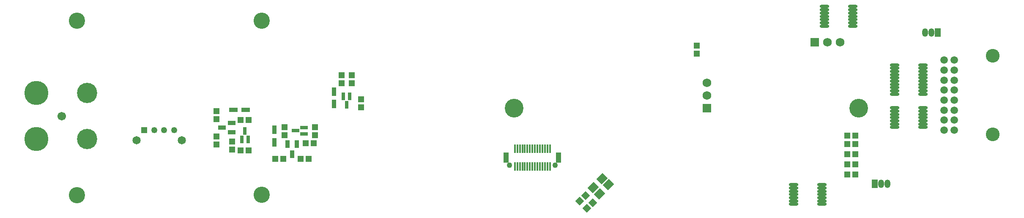
<source format=gbs>
%FSDAX25Y25*%
%MOIN*%
%SFA1B1*%

%IPPOS*%
%AMD136*
4,1,4,0.003500,0.045200,-0.045200,-0.003500,-0.003500,-0.045200,0.045200,0.003500,0.003500,0.045200,0.0*
%
%AMD188*
4,1,4,0.000000,-0.034800,0.034800,0.000000,0.000000,0.034800,-0.034800,0.000000,0.000000,-0.034800,0.0*
%
%ADD73C,0.067000*%
%ADD125R,0.049210X0.049210*%
G04~CAMADD=136~9~0.0~0.0~689.0~590.6~0.0~0.0~0~0.0~0.0~0.0~0.0~0~0.0~0.0~0.0~0.0~0~0.0~0.0~0.0~45.0~904.0~903.0*
%ADD136D136*%
%ADD141R,0.033470X0.064960*%
%ADD142R,0.064960X0.033470*%
%ADD147R,0.049210X0.049210*%
%ADD168R,0.047640X0.065350*%
%ADD169O,0.047640X0.065350*%
%ADD170C,0.159840*%
%ADD171C,0.189840*%
%ADD172C,0.108270*%
%ADD173C,0.059060*%
%ADD174C,0.147640*%
%ADD175C,0.127950*%
%ADD176C,0.064960*%
%ADD177C,0.049210*%
%ADD178C,0.043310*%
%ADD179C,0.068900*%
%ADD180R,0.068900X0.068900*%
%ADD181R,0.068900X0.068900*%
%ADD182R,0.033470X0.068900*%
%ADD183R,0.068900X0.033470*%
%ADD184R,0.041340X0.080710*%
%ADD185R,0.016140X0.069290*%
%ADD186R,0.061020X0.029530*%
%ADD187R,0.029530X0.061020*%
G04~CAMADD=188~10~0.0~492.1~0.0~0.0~0.0~0.0~0~0.0~0.0~0.0~0.0~0~0.0~0.0~0.0~0.0~0~0.0~0.0~0.0~225.0~492.1~0.0*
%ADD188D188*%
%ADD189O,0.076770X0.023620*%
%LNbms-1*%
%LPD*%
G54D73*
X0136721Y0200744D03*
G54D125*
X0756102Y0154689D03*
X0762402D03*
X0756102Y0162689D03*
X0762402D03*
X0756102Y0178689D03*
X0762402D03*
X0756102Y0170689D03*
X0762402D03*
X0755894Y0185429D03*
X0762193D03*
X0305063Y0166878D03*
X0311362D03*
X0331362D03*
X0325063D03*
X0335445Y0179173D03*
X0329146D03*
X0277646Y0197583D03*
X0283945D03*
Y0173583D03*
X0277646D03*
X0201661Y0189760D03*
G54D136*
X0560625Y0139425D03*
X0555754Y0144297D03*
X0567697Y0146496D03*
X0562825Y0151368D03*
G54D141*
X0318295Y0170646D03*
X0322035Y0178520D03*
X0314555D03*
G54D142*
X0262858Y0191583D03*
X0270732Y0187843D03*
Y0195323D03*
G54D147*
X0637295Y0249933D03*
Y0256232D03*
X0312213Y0185728D03*
Y0192027D03*
X0336213D03*
Y0185728D03*
X0258795Y0204732D03*
Y0198433D03*
Y0178433D03*
Y0184732D03*
X0271091Y0174350D03*
Y0180650D03*
X0357295Y0232925D03*
Y0226626D03*
X0365295D03*
Y0232925D03*
X0372823Y0213776D03*
Y0207476D03*
G54D168*
X0827429Y0266630D03*
X0777764Y0147339D03*
G54D169*
X0817429Y0266630D03*
X0822429D03*
X0782764Y0147339D03*
X0787764D03*
G54D170*
X0156720Y0182594D03*
Y0218894D03*
G54D171*
X0116720Y0182594D03*
Y0218894D03*
G54D172*
X0870677Y0248319D03*
Y0186114D03*
G54D173*
X0840362Y0244776D03*
Y0236902D03*
Y0229028D03*
Y0221153D03*
Y0213280D03*
Y0205405D03*
Y0197531D03*
Y0189657D03*
X0832488Y0244776D03*
Y0236902D03*
Y0229028D03*
Y0221153D03*
Y0213280D03*
Y0205405D03*
Y0197531D03*
Y0189657D03*
G54D174*
X0764949Y0207083D03*
X0493295D03*
G54D175*
X0148807Y0138185D03*
X0294476Y0138685D03*
X0148807Y0275980D03*
X0294476D03*
G54D176*
X0195756Y0181492D03*
X0231189D03*
G54D177*
X0209535Y0189760D03*
X0217409D03*
X0225284D03*
G54D178*
X0489815Y0162059D03*
X0525642D03*
G54D179*
X0645295Y0227083D03*
Y0217083D03*
X0750402Y0259051D03*
X0740402D03*
G54D180*
X0645295Y0207083D03*
G54D181*
X0730402Y0259051D03*
G54D182*
X0304213Y0189799D03*
Y0179957D03*
X0351213Y0219992D03*
Y0210150D03*
G54D183*
X0281716Y0205583D03*
X0271874D03*
G54D184*
X0487059Y0167965D03*
X0528398D03*
G54D185*
X0493949Y0160878D03*
X0495917D03*
X0497886D03*
X0499854D03*
X0501823D03*
X0503791D03*
X0505760D03*
X0507728D03*
X0509697D03*
X0511665D03*
X0513634D03*
X0515602D03*
X0517571D03*
X0519539D03*
X0521508D03*
Y0175051D03*
X0519539D03*
X0517571D03*
X0515602D03*
X0513634D03*
X0511665D03*
X0509697D03*
X0507728D03*
X0505760D03*
X0503791D03*
X0501823D03*
X0499854D03*
X0497886D03*
X0495917D03*
X0493949D03*
G54D186*
X0327642Y0191732D03*
Y0186614D03*
X0320949Y0189173D03*
G54D187*
X0283650Y0182153D03*
X0278532D03*
X0281091Y0188847D03*
X0358654Y0216417D03*
X0363772D03*
X0361213Y0209724D03*
G54D188*
X0555230Y0132304D03*
X0550776Y0127849D03*
X0549573Y0137961D03*
X0545119Y0133506D03*
G54D189*
X0760421Y0287102D03*
Y0284543D03*
Y0281984D03*
Y0279425D03*
Y0276866D03*
Y0274307D03*
Y0271748D03*
X0737980Y0287102D03*
Y0284543D03*
Y0281984D03*
Y0279425D03*
Y0276866D03*
Y0274307D03*
Y0271748D03*
X0815720Y0207177D03*
Y0204618D03*
Y0202059D03*
Y0199500D03*
Y0196941D03*
Y0194382D03*
Y0191823D03*
X0793280Y0207177D03*
Y0204618D03*
Y0202059D03*
Y0199500D03*
Y0196941D03*
Y0194382D03*
Y0191823D03*
Y0217984D03*
Y0220543D03*
Y0223102D03*
Y0225661D03*
Y0228221D03*
Y0230780D03*
Y0233339D03*
Y0235898D03*
Y0238457D03*
Y0241016D03*
X0815720Y0217984D03*
Y0220543D03*
Y0223102D03*
Y0225661D03*
Y0228221D03*
Y0230780D03*
Y0233339D03*
Y0235898D03*
Y0238457D03*
Y0241016D03*
X0736110Y0146551D03*
Y0143992D03*
Y0141433D03*
Y0138874D03*
Y0136315D03*
Y0133756D03*
Y0131197D03*
X0713669Y0146551D03*
Y0143992D03*
Y0141433D03*
Y0138874D03*
Y0136315D03*
Y0133756D03*
Y0131197D03*
M02*
</source>
